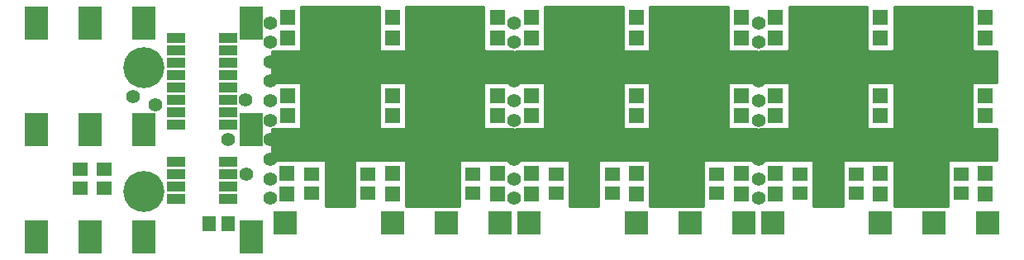
<source format=gts>
G04 #@! TF.GenerationSoftware,KiCad,Pcbnew,6.0.0-rc1-unknown-7dfc4e3~65~ubuntu18.04.1*
G04 #@! TF.CreationDate,2018-08-22T16:39:41+05:30*
G04 #@! TF.ProjectId,1sqinch555,317371696E63683535352E6B69636164,rev?*
G04 #@! TF.SameCoordinates,Original*
G04 #@! TF.FileFunction,Soldermask,Top*
G04 #@! TF.FilePolarity,Negative*
%FSLAX46Y46*%
G04 Gerber Fmt 4.6, Leading zero omitted, Abs format (unit mm)*
G04 Created by KiCad (PCBNEW 6.0.0-rc1-unknown-7dfc4e3~65~ubuntu18.04.1) date Wed Aug 22 16:39:41 2018*
%MOMM*%
%LPD*%
G01*
G04 APERTURE LIST*
%ADD10C,1.400000*%
%ADD11R,1.598880X1.598880*%
%ADD12R,1.650000X1.400000*%
%ADD13R,1.400000X1.650000*%
%ADD14R,2.400000X3.400000*%
%ADD15C,4.200000*%
%ADD16R,2.400000X2.400000*%
%ADD17R,1.950000X1.000000*%
%ADD18R,1.900000X1.000000*%
%ADD19C,2.400000*%
%ADD20C,0.254000*%
G04 APERTURE END LIST*
D10*
G04 #@! TO.C,REF\002A\002A*
X63000000Y-51000000D03*
G04 #@! TD*
D11*
G04 #@! TO.C,D21*
X125500000Y-48549020D03*
X125500000Y-46450980D03*
G04 #@! TD*
G04 #@! TO.C,D7*
X86250000Y-56549020D03*
X86250000Y-54450980D03*
G04 #@! TD*
G04 #@! TO.C,D1*
X64700000Y-56549020D03*
X64700000Y-54450980D03*
G04 #@! TD*
G04 #@! TO.C,D2*
X75500000Y-48549020D03*
X75500000Y-46450980D03*
G04 #@! TD*
G04 #@! TO.C,D3*
X86250000Y-48549020D03*
X86250000Y-46450980D03*
G04 #@! TD*
G04 #@! TO.C,D4*
X75500000Y-56549020D03*
X75500000Y-54450980D03*
G04 #@! TD*
G04 #@! TO.C,D5*
X64750000Y-48549020D03*
X64750000Y-46450980D03*
G04 #@! TD*
G04 #@! TO.C,D6*
X75500000Y-40549020D03*
X75500000Y-38450980D03*
G04 #@! TD*
G04 #@! TO.C,D8*
X64750000Y-40549020D03*
X64750000Y-38450980D03*
G04 #@! TD*
G04 #@! TO.C,D9*
X86250000Y-40549020D03*
X86250000Y-38450980D03*
G04 #@! TD*
G04 #@! TO.C,D10*
X89750000Y-56549020D03*
X89750000Y-54450980D03*
G04 #@! TD*
G04 #@! TO.C,D11*
X100500000Y-40549020D03*
X100500000Y-38450980D03*
G04 #@! TD*
G04 #@! TO.C,D12*
X89750000Y-48549020D03*
X89750000Y-46450980D03*
G04 #@! TD*
G04 #@! TO.C,D13*
X100500000Y-56549020D03*
X100500000Y-54450980D03*
G04 #@! TD*
G04 #@! TO.C,D14*
X89750000Y-40549020D03*
X89750000Y-38450980D03*
G04 #@! TD*
G04 #@! TO.C,D15*
X111250000Y-48549020D03*
X111250000Y-46450980D03*
G04 #@! TD*
G04 #@! TO.C,D16*
X111250000Y-56549020D03*
X111250000Y-54450980D03*
G04 #@! TD*
G04 #@! TO.C,D17*
X111250000Y-40549020D03*
X111250000Y-38450980D03*
G04 #@! TD*
G04 #@! TO.C,D18*
X100500000Y-48549020D03*
X100500000Y-46450980D03*
G04 #@! TD*
G04 #@! TO.C,D19*
X114750000Y-56549020D03*
X114750000Y-54450980D03*
G04 #@! TD*
G04 #@! TO.C,D20*
X136250000Y-40549020D03*
X136250000Y-38450980D03*
G04 #@! TD*
G04 #@! TO.C,D22*
X125500000Y-56549020D03*
X125500000Y-54450980D03*
G04 #@! TD*
G04 #@! TO.C,D23*
X136250000Y-48549020D03*
X136250000Y-46450980D03*
G04 #@! TD*
G04 #@! TO.C,D24*
X114750000Y-40549020D03*
X114750000Y-38450980D03*
G04 #@! TD*
G04 #@! TO.C,D25*
X136250000Y-56549020D03*
X136250000Y-54450980D03*
G04 #@! TD*
G04 #@! TO.C,D26*
X114750000Y-48549020D03*
X114750000Y-46450980D03*
G04 #@! TD*
G04 #@! TO.C,D27*
X125500000Y-40549020D03*
X125500000Y-38450980D03*
G04 #@! TD*
D10*
G04 #@! TO.C,J3*
X51200000Y-47450000D03*
G04 #@! TD*
D12*
G04 #@! TO.C,R3*
X73000000Y-56500000D03*
X73000000Y-54500000D03*
G04 #@! TD*
D13*
G04 #@! TO.C,C2*
X56700000Y-59600000D03*
X58700000Y-59600000D03*
G04 #@! TD*
D14*
G04 #@! TO.C,J6*
X39000000Y-61000000D03*
G04 #@! TD*
G04 #@! TO.C,J8*
X50000000Y-50000000D03*
G04 #@! TD*
G04 #@! TO.C,J10*
X50000000Y-38999999D03*
G04 #@! TD*
G04 #@! TO.C,J12*
X61000000Y-61000000D03*
G04 #@! TD*
G04 #@! TO.C,J14*
X61000001Y-50000000D03*
G04 #@! TD*
G04 #@! TO.C,J16*
X61000000Y-39000000D03*
G04 #@! TD*
G04 #@! TO.C,J18*
X39000000Y-39000000D03*
G04 #@! TD*
G04 #@! TO.C,J20*
X38999999Y-50000000D03*
G04 #@! TD*
G04 #@! TO.C,J22*
X50000000Y-61000001D03*
G04 #@! TD*
G04 #@! TO.C,J24*
X44500000Y-50000000D03*
G04 #@! TD*
G04 #@! TO.C,J26*
X44500000Y-39000000D03*
G04 #@! TD*
G04 #@! TO.C,J28*
X44500000Y-61000000D03*
G04 #@! TD*
D15*
G04 #@! TO.C,BT1*
X50000000Y-43650000D03*
X50000000Y-56350000D03*
G04 #@! TD*
D16*
G04 #@! TO.C,J7*
X64500000Y-59500000D03*
G04 #@! TD*
G04 #@! TO.C,J9*
X75500000Y-59499999D03*
G04 #@! TD*
G04 #@! TO.C,J11*
X86500000Y-59500000D03*
G04 #@! TD*
G04 #@! TO.C,J13*
X89500000Y-59500000D03*
G04 #@! TD*
G04 #@! TO.C,J15*
X100500000Y-59499999D03*
G04 #@! TD*
G04 #@! TO.C,J17*
X111500000Y-59500000D03*
G04 #@! TD*
G04 #@! TO.C,J19*
X114500000Y-59500000D03*
G04 #@! TD*
G04 #@! TO.C,J21*
X125500000Y-59499999D03*
G04 #@! TD*
G04 #@! TO.C,J23*
X136500000Y-59500000D03*
G04 #@! TD*
G04 #@! TO.C,J25*
X81000000Y-59500000D03*
G04 #@! TD*
G04 #@! TO.C,J27*
X106000000Y-59500000D03*
G04 #@! TD*
G04 #@! TO.C,J29*
X131000000Y-59500000D03*
G04 #@! TD*
D17*
G04 #@! TO.C,U1*
X53300000Y-53295000D03*
X53300000Y-54565000D03*
X53300000Y-55835000D03*
X53300000Y-57105000D03*
X58700000Y-57105000D03*
X58700000Y-55835000D03*
X58700000Y-54565000D03*
X58700000Y-53295000D03*
G04 #@! TD*
D18*
G04 #@! TO.C,U2*
X53300000Y-40555000D03*
X53300000Y-41825000D03*
X53300000Y-43095000D03*
X53300000Y-44365000D03*
X53300000Y-45635000D03*
X53300000Y-46905000D03*
X53300000Y-48175000D03*
X53300000Y-49445000D03*
X58700000Y-49445000D03*
X58700000Y-48175000D03*
X58700000Y-46905000D03*
X58700000Y-45635000D03*
X58700000Y-44365000D03*
X58700000Y-43095000D03*
X58700000Y-41825000D03*
X58700000Y-40555000D03*
G04 #@! TD*
D19*
G04 #@! TO.C,J30*
X70000000Y-41000000D03*
G04 #@! TD*
G04 #@! TO.C,J31*
X81000000Y-41000000D03*
G04 #@! TD*
G04 #@! TO.C,J32*
X95000000Y-41000000D03*
G04 #@! TD*
G04 #@! TO.C,J33*
X106000000Y-41000000D03*
G04 #@! TD*
G04 #@! TO.C,J34*
X131000000Y-41000000D03*
G04 #@! TD*
G04 #@! TO.C,J35*
X120000000Y-41000000D03*
G04 #@! TD*
D10*
G04 #@! TO.C,J1*
X60500000Y-54550000D03*
G04 #@! TD*
G04 #@! TO.C,J2*
X58700000Y-50949999D03*
G04 #@! TD*
G04 #@! TO.C,J4*
X60450000Y-46900000D03*
G04 #@! TD*
G04 #@! TO.C,J5*
X48900000Y-46550000D03*
G04 #@! TD*
D12*
G04 #@! TO.C,C1*
X46000000Y-56000000D03*
X46000000Y-54000000D03*
G04 #@! TD*
G04 #@! TO.C,R1*
X43500000Y-54000000D03*
X43500000Y-56000000D03*
G04 #@! TD*
G04 #@! TO.C,R2*
X67200000Y-56500000D03*
X67200000Y-54500000D03*
G04 #@! TD*
G04 #@! TO.C,R4*
X83750000Y-56500000D03*
X83750000Y-54500000D03*
G04 #@! TD*
G04 #@! TO.C,R5*
X92250000Y-56500000D03*
X92250000Y-54500000D03*
G04 #@! TD*
G04 #@! TO.C,R6*
X98000000Y-56500000D03*
X98000000Y-54500000D03*
G04 #@! TD*
G04 #@! TO.C,R7*
X108750000Y-56500000D03*
X108750000Y-54500000D03*
G04 #@! TD*
G04 #@! TO.C,R8*
X117250000Y-56500000D03*
X117250000Y-54500000D03*
G04 #@! TD*
G04 #@! TO.C,R9*
X123000000Y-56500000D03*
X123000000Y-54500000D03*
G04 #@! TD*
G04 #@! TO.C,R10*
X133750000Y-56500000D03*
X133750000Y-54500000D03*
G04 #@! TD*
D10*
G04 #@! TO.C,REF\002A\002A*
X63000000Y-39000000D03*
G04 #@! TD*
G04 #@! TO.C,REF\002A\002A*
X63000000Y-41000000D03*
G04 #@! TD*
G04 #@! TO.C,REF\002A\002A*
X63000000Y-43000000D03*
G04 #@! TD*
G04 #@! TO.C,REF\002A\002A*
X63000000Y-45000000D03*
G04 #@! TD*
G04 #@! TO.C,REF\002A\002A*
X63000000Y-47000000D03*
G04 #@! TD*
G04 #@! TO.C,REF\002A\002A*
X63000000Y-49000000D03*
G04 #@! TD*
G04 #@! TO.C,REF\002A\002A*
X63000000Y-53000000D03*
G04 #@! TD*
G04 #@! TO.C,REF\002A\002A*
X63000000Y-55000000D03*
G04 #@! TD*
G04 #@! TO.C,REF\002A\002A*
X63000000Y-57000000D03*
G04 #@! TD*
G04 #@! TO.C,REF\002A\002A*
X88000000Y-39000000D03*
G04 #@! TD*
G04 #@! TO.C,REF\002A\002A*
X88000000Y-41000000D03*
G04 #@! TD*
G04 #@! TO.C,REF\002A\002A*
X88000000Y-43000000D03*
G04 #@! TD*
G04 #@! TO.C,REF\002A\002A*
X88000000Y-45000000D03*
G04 #@! TD*
G04 #@! TO.C,REF\002A\002A*
X88000000Y-47000000D03*
G04 #@! TD*
G04 #@! TO.C,REF\002A\002A*
X88000000Y-49000000D03*
G04 #@! TD*
G04 #@! TO.C,REF\002A\002A*
X88000000Y-51000000D03*
G04 #@! TD*
G04 #@! TO.C,REF\002A\002A*
X88000000Y-53000000D03*
G04 #@! TD*
G04 #@! TO.C,REF\002A\002A*
X88000000Y-55000000D03*
G04 #@! TD*
G04 #@! TO.C,REF\002A\002A*
X88000000Y-57000000D03*
G04 #@! TD*
G04 #@! TO.C,REF\002A\002A*
X113000000Y-39000000D03*
G04 #@! TD*
G04 #@! TO.C,REF\002A\002A*
X113000000Y-41000000D03*
G04 #@! TD*
G04 #@! TO.C,REF\002A\002A*
X113000000Y-43000000D03*
G04 #@! TD*
G04 #@! TO.C,REF\002A\002A*
X113000000Y-45000000D03*
G04 #@! TD*
G04 #@! TO.C,REF\002A\002A*
X113000000Y-47000000D03*
G04 #@! TD*
G04 #@! TO.C,REF\002A\002A*
X113000000Y-49000000D03*
G04 #@! TD*
G04 #@! TO.C,REF\002A\002A*
X113000000Y-51000000D03*
G04 #@! TD*
G04 #@! TO.C,REF\002A\002A*
X113000000Y-53000000D03*
G04 #@! TD*
G04 #@! TO.C,REF\002A\002A*
X113000000Y-55000000D03*
G04 #@! TD*
G04 #@! TO.C,REF\002A\002A*
X113000000Y-57000000D03*
G04 #@! TD*
D20*
G36*
X99123000Y-41750000D02*
X99132667Y-41798601D01*
X99160197Y-41839803D01*
X99201399Y-41867333D01*
X99250000Y-41877000D01*
X101750000Y-41877000D01*
X101798601Y-41867333D01*
X101839803Y-41839803D01*
X101867333Y-41798601D01*
X101877000Y-41750000D01*
X101877000Y-37377000D01*
X109873000Y-37377000D01*
X109873000Y-41750000D01*
X109882667Y-41798601D01*
X109910197Y-41839803D01*
X109951399Y-41867333D01*
X110000000Y-41877000D01*
X112873000Y-41877000D01*
X112873000Y-45123000D01*
X110000000Y-45123000D01*
X109951399Y-45132667D01*
X109910197Y-45160197D01*
X109882667Y-45201399D01*
X109873000Y-45250000D01*
X109873000Y-49750000D01*
X109882667Y-49798601D01*
X109910197Y-49839803D01*
X109951399Y-49867333D01*
X110000000Y-49877000D01*
X112873000Y-49877000D01*
X112873000Y-53123000D01*
X107500000Y-53123000D01*
X107451399Y-53132667D01*
X107410197Y-53160197D01*
X107382667Y-53201399D01*
X107373000Y-53250000D01*
X107373000Y-57873000D01*
X101877000Y-57873000D01*
X101877000Y-53250000D01*
X101867333Y-53201399D01*
X101839803Y-53160197D01*
X101798601Y-53132667D01*
X101750000Y-53123000D01*
X96750000Y-53123000D01*
X96701399Y-53132667D01*
X96660197Y-53160197D01*
X96632667Y-53201399D01*
X96623000Y-53250000D01*
X96623000Y-57873000D01*
X93627000Y-57873000D01*
X93627000Y-53250000D01*
X93617333Y-53201399D01*
X93589803Y-53160197D01*
X93548601Y-53132667D01*
X93500000Y-53123000D01*
X88127000Y-53123000D01*
X88127000Y-49877000D01*
X91000000Y-49877000D01*
X91048601Y-49867333D01*
X91089803Y-49839803D01*
X91117333Y-49798601D01*
X91127000Y-49750000D01*
X91127000Y-45250000D01*
X99123000Y-45250000D01*
X99123000Y-49750000D01*
X99132667Y-49798601D01*
X99160197Y-49839803D01*
X99201399Y-49867333D01*
X99250000Y-49877000D01*
X101750000Y-49877000D01*
X101798601Y-49867333D01*
X101839803Y-49839803D01*
X101867333Y-49798601D01*
X101877000Y-49750000D01*
X101877000Y-45250000D01*
X101867333Y-45201399D01*
X101839803Y-45160197D01*
X101798601Y-45132667D01*
X101750000Y-45123000D01*
X99250000Y-45123000D01*
X99201399Y-45132667D01*
X99160197Y-45160197D01*
X99132667Y-45201399D01*
X99123000Y-45250000D01*
X91127000Y-45250000D01*
X91117333Y-45201399D01*
X91089803Y-45160197D01*
X91048601Y-45132667D01*
X91000000Y-45123000D01*
X88127000Y-45123000D01*
X88127000Y-41877000D01*
X91000000Y-41877000D01*
X91048601Y-41867333D01*
X91089803Y-41839803D01*
X91117333Y-41798601D01*
X91127000Y-41750000D01*
X91127000Y-37377000D01*
X99123000Y-37377000D01*
X99123000Y-41750000D01*
X99123000Y-41750000D01*
G37*
X99123000Y-41750000D02*
X99132667Y-41798601D01*
X99160197Y-41839803D01*
X99201399Y-41867333D01*
X99250000Y-41877000D01*
X101750000Y-41877000D01*
X101798601Y-41867333D01*
X101839803Y-41839803D01*
X101867333Y-41798601D01*
X101877000Y-41750000D01*
X101877000Y-37377000D01*
X109873000Y-37377000D01*
X109873000Y-41750000D01*
X109882667Y-41798601D01*
X109910197Y-41839803D01*
X109951399Y-41867333D01*
X110000000Y-41877000D01*
X112873000Y-41877000D01*
X112873000Y-45123000D01*
X110000000Y-45123000D01*
X109951399Y-45132667D01*
X109910197Y-45160197D01*
X109882667Y-45201399D01*
X109873000Y-45250000D01*
X109873000Y-49750000D01*
X109882667Y-49798601D01*
X109910197Y-49839803D01*
X109951399Y-49867333D01*
X110000000Y-49877000D01*
X112873000Y-49877000D01*
X112873000Y-53123000D01*
X107500000Y-53123000D01*
X107451399Y-53132667D01*
X107410197Y-53160197D01*
X107382667Y-53201399D01*
X107373000Y-53250000D01*
X107373000Y-57873000D01*
X101877000Y-57873000D01*
X101877000Y-53250000D01*
X101867333Y-53201399D01*
X101839803Y-53160197D01*
X101798601Y-53132667D01*
X101750000Y-53123000D01*
X96750000Y-53123000D01*
X96701399Y-53132667D01*
X96660197Y-53160197D01*
X96632667Y-53201399D01*
X96623000Y-53250000D01*
X96623000Y-57873000D01*
X93627000Y-57873000D01*
X93627000Y-53250000D01*
X93617333Y-53201399D01*
X93589803Y-53160197D01*
X93548601Y-53132667D01*
X93500000Y-53123000D01*
X88127000Y-53123000D01*
X88127000Y-49877000D01*
X91000000Y-49877000D01*
X91048601Y-49867333D01*
X91089803Y-49839803D01*
X91117333Y-49798601D01*
X91127000Y-49750000D01*
X91127000Y-45250000D01*
X99123000Y-45250000D01*
X99123000Y-49750000D01*
X99132667Y-49798601D01*
X99160197Y-49839803D01*
X99201399Y-49867333D01*
X99250000Y-49877000D01*
X101750000Y-49877000D01*
X101798601Y-49867333D01*
X101839803Y-49839803D01*
X101867333Y-49798601D01*
X101877000Y-49750000D01*
X101877000Y-45250000D01*
X101867333Y-45201399D01*
X101839803Y-45160197D01*
X101798601Y-45132667D01*
X101750000Y-45123000D01*
X99250000Y-45123000D01*
X99201399Y-45132667D01*
X99160197Y-45160197D01*
X99132667Y-45201399D01*
X99123000Y-45250000D01*
X91127000Y-45250000D01*
X91117333Y-45201399D01*
X91089803Y-45160197D01*
X91048601Y-45132667D01*
X91000000Y-45123000D01*
X88127000Y-45123000D01*
X88127000Y-41877000D01*
X91000000Y-41877000D01*
X91048601Y-41867333D01*
X91089803Y-41839803D01*
X91117333Y-41798601D01*
X91127000Y-41750000D01*
X91127000Y-37377000D01*
X99123000Y-37377000D01*
X99123000Y-41750000D01*
G36*
X74123000Y-41750000D02*
X74132667Y-41798601D01*
X74160197Y-41839803D01*
X74201399Y-41867333D01*
X74250000Y-41877000D01*
X76750000Y-41877000D01*
X76798601Y-41867333D01*
X76839803Y-41839803D01*
X76867333Y-41798601D01*
X76877000Y-41750000D01*
X76877000Y-37377000D01*
X84873000Y-37377000D01*
X84873000Y-41750000D01*
X84882667Y-41798601D01*
X84910197Y-41839803D01*
X84951399Y-41867333D01*
X85000000Y-41877000D01*
X87873000Y-41877000D01*
X87873000Y-45123000D01*
X85000000Y-45123000D01*
X84951399Y-45132667D01*
X84910197Y-45160197D01*
X84882667Y-45201399D01*
X84873000Y-45250000D01*
X84873000Y-49750000D01*
X84882667Y-49798601D01*
X84910197Y-49839803D01*
X84951399Y-49867333D01*
X85000000Y-49877000D01*
X87873000Y-49877000D01*
X87873000Y-53123000D01*
X82500000Y-53123000D01*
X82451399Y-53132667D01*
X82410197Y-53160197D01*
X82382667Y-53201399D01*
X82373000Y-53250000D01*
X82373000Y-57873000D01*
X76877000Y-57873000D01*
X76877000Y-53250000D01*
X76867333Y-53201399D01*
X76839803Y-53160197D01*
X76798601Y-53132667D01*
X76750000Y-53123000D01*
X71750000Y-53123000D01*
X71701399Y-53132667D01*
X71660197Y-53160197D01*
X71632667Y-53201399D01*
X71623000Y-53250000D01*
X71623000Y-57873000D01*
X68627000Y-57873000D01*
X68627000Y-53250000D01*
X68617333Y-53201399D01*
X68589803Y-53160197D01*
X68548601Y-53132667D01*
X68500000Y-53123000D01*
X63127000Y-53123000D01*
X63127000Y-49877000D01*
X66000000Y-49877000D01*
X66048601Y-49867333D01*
X66089803Y-49839803D01*
X66117333Y-49798601D01*
X66127000Y-49750000D01*
X66127000Y-45250000D01*
X74123000Y-45250000D01*
X74123000Y-49750000D01*
X74132667Y-49798601D01*
X74160197Y-49839803D01*
X74201399Y-49867333D01*
X74250000Y-49877000D01*
X76750000Y-49877000D01*
X76798601Y-49867333D01*
X76839803Y-49839803D01*
X76867333Y-49798601D01*
X76877000Y-49750000D01*
X76877000Y-45250000D01*
X76867333Y-45201399D01*
X76839803Y-45160197D01*
X76798601Y-45132667D01*
X76750000Y-45123000D01*
X74250000Y-45123000D01*
X74201399Y-45132667D01*
X74160197Y-45160197D01*
X74132667Y-45201399D01*
X74123000Y-45250000D01*
X66127000Y-45250000D01*
X66117333Y-45201399D01*
X66089803Y-45160197D01*
X66048601Y-45132667D01*
X66000000Y-45123000D01*
X63127000Y-45123000D01*
X63127000Y-41877000D01*
X66000000Y-41877000D01*
X66048601Y-41867333D01*
X66089803Y-41839803D01*
X66117333Y-41798601D01*
X66127000Y-41750000D01*
X66127000Y-37377000D01*
X74123000Y-37377000D01*
X74123000Y-41750000D01*
X74123000Y-41750000D01*
G37*
X74123000Y-41750000D02*
X74132667Y-41798601D01*
X74160197Y-41839803D01*
X74201399Y-41867333D01*
X74250000Y-41877000D01*
X76750000Y-41877000D01*
X76798601Y-41867333D01*
X76839803Y-41839803D01*
X76867333Y-41798601D01*
X76877000Y-41750000D01*
X76877000Y-37377000D01*
X84873000Y-37377000D01*
X84873000Y-41750000D01*
X84882667Y-41798601D01*
X84910197Y-41839803D01*
X84951399Y-41867333D01*
X85000000Y-41877000D01*
X87873000Y-41877000D01*
X87873000Y-45123000D01*
X85000000Y-45123000D01*
X84951399Y-45132667D01*
X84910197Y-45160197D01*
X84882667Y-45201399D01*
X84873000Y-45250000D01*
X84873000Y-49750000D01*
X84882667Y-49798601D01*
X84910197Y-49839803D01*
X84951399Y-49867333D01*
X85000000Y-49877000D01*
X87873000Y-49877000D01*
X87873000Y-53123000D01*
X82500000Y-53123000D01*
X82451399Y-53132667D01*
X82410197Y-53160197D01*
X82382667Y-53201399D01*
X82373000Y-53250000D01*
X82373000Y-57873000D01*
X76877000Y-57873000D01*
X76877000Y-53250000D01*
X76867333Y-53201399D01*
X76839803Y-53160197D01*
X76798601Y-53132667D01*
X76750000Y-53123000D01*
X71750000Y-53123000D01*
X71701399Y-53132667D01*
X71660197Y-53160197D01*
X71632667Y-53201399D01*
X71623000Y-53250000D01*
X71623000Y-57873000D01*
X68627000Y-57873000D01*
X68627000Y-53250000D01*
X68617333Y-53201399D01*
X68589803Y-53160197D01*
X68548601Y-53132667D01*
X68500000Y-53123000D01*
X63127000Y-53123000D01*
X63127000Y-49877000D01*
X66000000Y-49877000D01*
X66048601Y-49867333D01*
X66089803Y-49839803D01*
X66117333Y-49798601D01*
X66127000Y-49750000D01*
X66127000Y-45250000D01*
X74123000Y-45250000D01*
X74123000Y-49750000D01*
X74132667Y-49798601D01*
X74160197Y-49839803D01*
X74201399Y-49867333D01*
X74250000Y-49877000D01*
X76750000Y-49877000D01*
X76798601Y-49867333D01*
X76839803Y-49839803D01*
X76867333Y-49798601D01*
X76877000Y-49750000D01*
X76877000Y-45250000D01*
X76867333Y-45201399D01*
X76839803Y-45160197D01*
X76798601Y-45132667D01*
X76750000Y-45123000D01*
X74250000Y-45123000D01*
X74201399Y-45132667D01*
X74160197Y-45160197D01*
X74132667Y-45201399D01*
X74123000Y-45250000D01*
X66127000Y-45250000D01*
X66117333Y-45201399D01*
X66089803Y-45160197D01*
X66048601Y-45132667D01*
X66000000Y-45123000D01*
X63127000Y-45123000D01*
X63127000Y-41877000D01*
X66000000Y-41877000D01*
X66048601Y-41867333D01*
X66089803Y-41839803D01*
X66117333Y-41798601D01*
X66127000Y-41750000D01*
X66127000Y-37377000D01*
X74123000Y-37377000D01*
X74123000Y-41750000D01*
G36*
X124123000Y-41750000D02*
X124132667Y-41798601D01*
X124160197Y-41839803D01*
X124201399Y-41867333D01*
X124250000Y-41877000D01*
X126750000Y-41877000D01*
X126798601Y-41867333D01*
X126839803Y-41839803D01*
X126867333Y-41798601D01*
X126877000Y-41750000D01*
X126877000Y-37377000D01*
X134873000Y-37377000D01*
X134873000Y-41750000D01*
X134882667Y-41798601D01*
X134910197Y-41839803D01*
X134951399Y-41867333D01*
X135000000Y-41877000D01*
X137373000Y-41877000D01*
X137373000Y-45123000D01*
X135000000Y-45123000D01*
X134951399Y-45132667D01*
X134910197Y-45160197D01*
X134882667Y-45201399D01*
X134873000Y-45250000D01*
X134873000Y-49750000D01*
X134882667Y-49798601D01*
X134910197Y-49839803D01*
X134951399Y-49867333D01*
X135000000Y-49877000D01*
X137373000Y-49877000D01*
X137373000Y-53123000D01*
X132500000Y-53123000D01*
X132451399Y-53132667D01*
X132410197Y-53160197D01*
X132382667Y-53201399D01*
X132373000Y-53250000D01*
X132373000Y-57873000D01*
X126877000Y-57873000D01*
X126877000Y-53250000D01*
X126867333Y-53201399D01*
X126839803Y-53160197D01*
X126798601Y-53132667D01*
X126750000Y-53123000D01*
X121750000Y-53123000D01*
X121701399Y-53132667D01*
X121660197Y-53160197D01*
X121632667Y-53201399D01*
X121623000Y-53250000D01*
X121623000Y-57873000D01*
X118627000Y-57873000D01*
X118627000Y-53250000D01*
X118617333Y-53201399D01*
X118589803Y-53160197D01*
X118548601Y-53132667D01*
X118500000Y-53123000D01*
X113127000Y-53123000D01*
X113127000Y-49877000D01*
X116000000Y-49877000D01*
X116048601Y-49867333D01*
X116089803Y-49839803D01*
X116117333Y-49798601D01*
X116127000Y-49750000D01*
X116127000Y-45250000D01*
X124123000Y-45250000D01*
X124123000Y-49750000D01*
X124132667Y-49798601D01*
X124160197Y-49839803D01*
X124201399Y-49867333D01*
X124250000Y-49877000D01*
X126750000Y-49877000D01*
X126798601Y-49867333D01*
X126839803Y-49839803D01*
X126867333Y-49798601D01*
X126877000Y-49750000D01*
X126877000Y-45250000D01*
X126867333Y-45201399D01*
X126839803Y-45160197D01*
X126798601Y-45132667D01*
X126750000Y-45123000D01*
X124250000Y-45123000D01*
X124201399Y-45132667D01*
X124160197Y-45160197D01*
X124132667Y-45201399D01*
X124123000Y-45250000D01*
X116127000Y-45250000D01*
X116117333Y-45201399D01*
X116089803Y-45160197D01*
X116048601Y-45132667D01*
X116000000Y-45123000D01*
X113127000Y-45123000D01*
X113127000Y-41877000D01*
X116000000Y-41877000D01*
X116048601Y-41867333D01*
X116089803Y-41839803D01*
X116117333Y-41798601D01*
X116127000Y-41750000D01*
X116127000Y-37377000D01*
X124123000Y-37377000D01*
X124123000Y-41750000D01*
X124123000Y-41750000D01*
G37*
X124123000Y-41750000D02*
X124132667Y-41798601D01*
X124160197Y-41839803D01*
X124201399Y-41867333D01*
X124250000Y-41877000D01*
X126750000Y-41877000D01*
X126798601Y-41867333D01*
X126839803Y-41839803D01*
X126867333Y-41798601D01*
X126877000Y-41750000D01*
X126877000Y-37377000D01*
X134873000Y-37377000D01*
X134873000Y-41750000D01*
X134882667Y-41798601D01*
X134910197Y-41839803D01*
X134951399Y-41867333D01*
X135000000Y-41877000D01*
X137373000Y-41877000D01*
X137373000Y-45123000D01*
X135000000Y-45123000D01*
X134951399Y-45132667D01*
X134910197Y-45160197D01*
X134882667Y-45201399D01*
X134873000Y-45250000D01*
X134873000Y-49750000D01*
X134882667Y-49798601D01*
X134910197Y-49839803D01*
X134951399Y-49867333D01*
X135000000Y-49877000D01*
X137373000Y-49877000D01*
X137373000Y-53123000D01*
X132500000Y-53123000D01*
X132451399Y-53132667D01*
X132410197Y-53160197D01*
X132382667Y-53201399D01*
X132373000Y-53250000D01*
X132373000Y-57873000D01*
X126877000Y-57873000D01*
X126877000Y-53250000D01*
X126867333Y-53201399D01*
X126839803Y-53160197D01*
X126798601Y-53132667D01*
X126750000Y-53123000D01*
X121750000Y-53123000D01*
X121701399Y-53132667D01*
X121660197Y-53160197D01*
X121632667Y-53201399D01*
X121623000Y-53250000D01*
X121623000Y-57873000D01*
X118627000Y-57873000D01*
X118627000Y-53250000D01*
X118617333Y-53201399D01*
X118589803Y-53160197D01*
X118548601Y-53132667D01*
X118500000Y-53123000D01*
X113127000Y-53123000D01*
X113127000Y-49877000D01*
X116000000Y-49877000D01*
X116048601Y-49867333D01*
X116089803Y-49839803D01*
X116117333Y-49798601D01*
X116127000Y-49750000D01*
X116127000Y-45250000D01*
X124123000Y-45250000D01*
X124123000Y-49750000D01*
X124132667Y-49798601D01*
X124160197Y-49839803D01*
X124201399Y-49867333D01*
X124250000Y-49877000D01*
X126750000Y-49877000D01*
X126798601Y-49867333D01*
X126839803Y-49839803D01*
X126867333Y-49798601D01*
X126877000Y-49750000D01*
X126877000Y-45250000D01*
X126867333Y-45201399D01*
X126839803Y-45160197D01*
X126798601Y-45132667D01*
X126750000Y-45123000D01*
X124250000Y-45123000D01*
X124201399Y-45132667D01*
X124160197Y-45160197D01*
X124132667Y-45201399D01*
X124123000Y-45250000D01*
X116127000Y-45250000D01*
X116117333Y-45201399D01*
X116089803Y-45160197D01*
X116048601Y-45132667D01*
X116000000Y-45123000D01*
X113127000Y-45123000D01*
X113127000Y-41877000D01*
X116000000Y-41877000D01*
X116048601Y-41867333D01*
X116089803Y-41839803D01*
X116117333Y-41798601D01*
X116127000Y-41750000D01*
X116127000Y-37377000D01*
X124123000Y-37377000D01*
X124123000Y-41750000D01*
M02*

</source>
